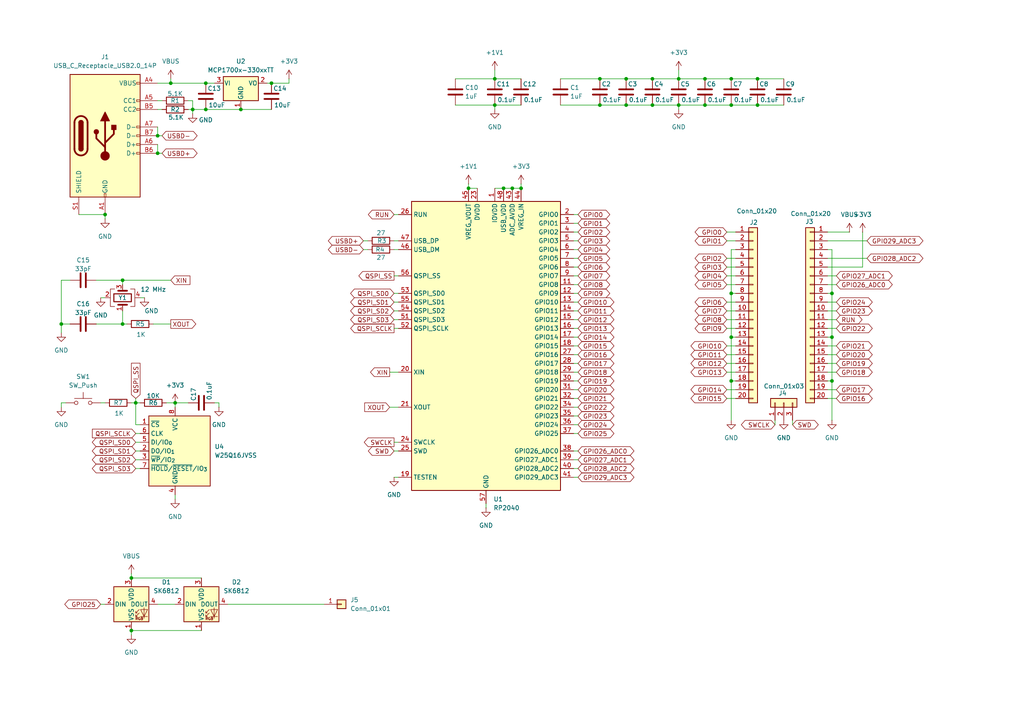
<source format=kicad_sch>
(kicad_sch (version 20250114) (generator "eeschema") (generator_version "9.0")
  (paper "A4")
  (lib_symbols
    (symbol "Connector:USB_C_Receptacle_USB2.0_14P" (pin_names (offset 1.016))
      (property "Reference" "J" (at 0 22.225 0))
      (property "Value" "USB_C_Receptacle_USB2.0_14P" (at 0 19.685 0))
      (symbol "USB_C_Receptacle_USB2.0_14P_1_1"
        (pin passive line (at -7.62 -22.86 90) (length 5.08) (name "SHIELD") (number "S1"))
        (pin passive line (at 0 -22.86 90) (length 5.08) (name "GND") (number "A1"))
        (pin passive line (at 0 -22.86 90) (length 5.08) (hide yes) (name "GND") (number "A12"))
        (pin passive line (at 0 -22.86 90) (length 5.08) (hide yes) (name "GND") (number "B1"))
        (pin passive line (at 0 -22.86 90) (length 5.08) (hide yes) (name "GND") (number "B12"))
        (pin passive line (at 15.24 15.24 180) (length 5.08) (name "VBUS") (number "A4"))
        (pin passive line (at 15.24 15.24 180) (length 5.08) (hide yes) (name "VBUS") (number "A9"))
        (pin passive line (at 15.24 15.24 180) (length 5.08) (hide yes) (name "VBUS") (number "B4"))
        (pin passive line (at 15.24 15.24 180) (length 5.08) (hide yes) (name "VBUS") (number "B9"))
        (pin bidirectional line (at 15.24 10.16 180) (length 5.08) (name "CC1") (number "A5"))
        (pin bidirectional line (at 15.24 7.62 180) (length 5.08) (name "CC2") (number "B5"))
        (pin bidirectional line (at 15.24 2.54 180) (length 5.08) (name "D-") (number "A7"))
        (pin bidirectional line (at 15.24 0 180) (length 5.08) (name "D-") (number "B7"))
        (pin bidirectional line (at 15.24 -2.54 180) (length 5.08) (name "D+") (number "A6"))
        (pin bidirectional line (at 15.24 -5.08 180) (length 5.08) (name "D+") (number "B6"))
      )
    )
    (symbol "Connector_Generic:Conn_01x01" (pin_names (offset 1.016) (hide yes))
      (property "Reference" "J" (at 0 2.54 0))
      (property "Value" "Conn_01x01" (at 0 -2.54 0))
      (symbol "Conn_01x01_1_1"
        (pin passive line (at -5.08 0 0) (length 3.81) (name "Pin_1") (number "1"))
      )
    )
    (symbol "Connector_Generic:Conn_01x03" (pin_names (offset 1.016) (hide yes))
      (property "Reference" "J" (at 0 5.08 0))
      (property "Value" "Conn_01x03" (at 0 -5.08 0))
      (symbol "Conn_01x03_1_1"
        (pin passive line (at -5.08 2.54 0) (length 3.81) (name "Pin_1") (number "1"))
        (pin passive line (at -5.08 0 0) (length 3.81) (name "Pin_2") (number "2"))
        (pin passive line (at -5.08 -2.54 0) (length 3.81) (name "Pin_3") (number "3"))
      )
    )
    (symbol "Connector_Generic:Conn_01x20" (pin_names (offset 1.016) (hide yes))
      (property "Reference" "J" (at 0 25.4 0))
      (property "Value" "Conn_01x20" (at 0 -27.94 0))
      (symbol "Conn_01x20_1_1"
        (pin passive line (at -5.08 22.86 0) (length 3.81) (name "Pin_1") (number "1"))
        (pin passive line (at -5.08 20.32 0) (length 3.81) (name "Pin_2") (number "2"))
        (pin passive line (at -5.08 17.78 0) (length 3.81) (name "Pin_3") (number "3"))
        (pin passive line (at -5.08 15.24 0) (length 3.81) (name "Pin_4") (number "4"))
        (pin passive line (at -5.08 12.7 0) (length 3.81) (name "Pin_5") (number "5"))
        (pin passive line (at -5.08 10.16 0) (length 3.81) (name "Pin_6") (number "6"))
        (pin passive line (at -5.08 7.62 0) (length 3.81) (name "Pin_7") (number "7"))
        (pin passive line (at -5.08 5.08 0) (length 3.81) (name "Pin_8") (number "8"))
        (pin passive line (at -5.08 2.54 0) (length 3.81) (name "Pin_9") (number "9"))
        (pin passive line (at -5.08 0 0) (length 3.81) (name "Pin_10") (number "10"))
        (pin passive line (at -5.08 -2.54 0) (length 3.81) (name "Pin_11") (number "11"))
        (pin passive line (at -5.08 -5.08 0) (length 3.81) (name "Pin_12") (number "12"))
        (pin passive line (at -5.08 -7.62 0) (length 3.81) (name "Pin_13") (number "13"))
        (pin passive line (at -5.08 -10.16 0) (length 3.81) (name "Pin_14") (number "14"))
        (pin passive line (at -5.08 -12.7 0) (length 3.81) (name "Pin_15") (number "15"))
        (pin passive line (at -5.08 -15.24 0) (length 3.81) (name "Pin_16") (number "16"))
        (pin passive line (at -5.08 -17.78 0) (length 3.81) (name "Pin_17") (number "17"))
        (pin passive line (at -5.08 -20.32 0) (length 3.81) (name "Pin_18") (number "18"))
        (pin passive line (at -5.08 -22.86 0) (length 3.81) (name "Pin_19") (number "19"))
        (pin passive line (at -5.08 -25.4 0) (length 3.81) (name "Pin_20") (number "20"))
      )
    )
    (symbol "Device:C" (pin_numbers (hide yes)) (pin_names (offset 0.254))
      (property "Reference" "C" (at 0.635 2.54 0))
      (property "Value" "C" (at 0.635 -2.54 0))
      (symbol "C_1_1"
        (pin passive line (at 0 3.81 270) (length 2.794) (name "~") (number "1"))
        (pin passive line (at 0 -3.81 90) (length 2.794) (name "~") (number "2"))
      )
    )
    (symbol "Device:Crystal_GND24" (pin_names (offset 1.016) (hide yes))
      (property "Reference" "Y" (at 3.175 5.08 0))
      (property "Value" "Crystal_GND24" (at 3.175 3.175 0))
      (symbol "Crystal_GND24_1_1"
        (pin passive line (at -3.81 0 0) (length 1.27) (name "1") (number "1"))
        (pin passive line (at 0 5.08 270) (length 1.27) (name "2") (number "2"))
        (pin passive line (at 0 -5.08 90) (length 1.27) (name "4") (number "4"))
        (pin passive line (at 3.81 0 180) (length 1.27) (name "3") (number "3"))
      )
    )
    (symbol "Device:R" (pin_numbers (hide yes)) (pin_names (offset 0))
      (property "Reference" "R" (at 2.032 0 90))
      (property "Value" "R" (at 0 0 90))
      (symbol "R_1_1"
        (pin passive line (at 0 3.81 270) (length 1.27) (name "~") (number "1"))
        (pin passive line (at 0 -3.81 90) (length 1.27) (name "~") (number "2"))
      )
    )
    (symbol "LED:SK6812" (pin_names (offset 0.254))
      (property "Reference" "D" (at 5.08 5.715 0))
      (property "Value" "SK6812" (at 1.27 -5.715 0))
      (symbol "SK6812_0_0"
        (text "RGB" (at 2.286 -4.191 0) (effects (font (size 0.762 0.762))))
      )
      (symbol "SK6812_1_1"
        (pin input line (at -7.62 0 0) (length 2.54) (name "DIN") (number "2"))
        (pin power_in line (at 0 7.62 270) (length 2.54) (name "VDD") (number "3"))
        (pin power_in line (at 0 -7.62 90) (length 2.54) (name "VSS") (number "1"))
        (pin output line (at 7.62 0 180) (length 2.54) (name "DOUT") (number "4"))
      )
    )
    (symbol "MCU_RaspberryPi:RP2040"
      (property "Reference" "U" (at 17.78 45.72 0))
      (property "Value" "RP2040" (at 17.78 43.18 0))
      (symbol "RP2040_1_1"
        (pin input line (at -25.4 38.1 0) (length 3.81) (name "RUN") (number "26"))
        (pin bidirectional line (at -25.4 30.48 0) (length 3.81) (name "USB_DP") (number "47"))
        (pin bidirectional line (at -25.4 27.94 0) (length 3.81) (name "USB_DM") (number "46"))
        (pin bidirectional line (at -25.4 20.32 0) (length 3.81) (name "QSPI_SS") (number "56"))
        (pin bidirectional line (at -25.4 15.24 0) (length 3.81) (name "QSPI_SD0") (number "53"))
        (pin bidirectional line (at -25.4 12.7 0) (length 3.81) (name "QSPI_SD1") (number "55"))
        (pin bidirectional line (at -25.4 10.16 0) (length 3.81) (name "QSPI_SD2") (number "54"))
        (pin bidirectional line (at -25.4 7.62 0) (length 3.81) (name "QSPI_SD3") (number "51"))
        (pin output line (at -25.4 5.08 0) (length 3.81) (name "QSPI_SCLK") (number "52"))
        (pin input line (at -25.4 -7.62 0) (length 3.81) (name "XIN") (number "20"))
        (pin passive line (at -25.4 -17.78 0) (length 3.81) (name "XOUT") (number "21"))
        (pin input line (at -25.4 -27.94 0) (length 3.81) (name "SWCLK") (number "24"))
        (pin bidirectional line (at -25.4 -30.48 0) (length 3.81) (name "SWD") (number "25"))
        (pin input line (at -25.4 -38.1 0) (length 3.81) (name "TESTEN") (number "19"))
        (pin power_out line (at -5.08 45.72 270) (length 3.81) (name "VREG_VOUT") (number "45"))
        (pin power_in line (at -2.54 45.72 270) (length 3.81) (name "DVDD") (number "23"))
        (pin passive line (at -2.54 45.72 270) (length 3.81) (hide yes) (name "DVDD") (number "50"))
        (pin power_in line (at 0 -45.72 90) (length 3.81) (name "GND") (number "57"))
        (pin power_in line (at 2.54 45.72 270) (length 3.81) (name "IOVDD") (number "1"))
        (pin passive line (at 2.54 45.72 270) (length 3.81) (hide yes) (name "IOVDD") (number "10"))
        (pin passive line (at 2.54 45.72 270) (length 3.81) (hide yes) (name "IOVDD") (number "22"))
        (pin passive line (at 2.54 45.72 270) (length 3.81) (hide yes) (name "IOVDD") (number "33"))
        (pin passive line (at 2.54 45.72 270) (length 3.81) (hide yes) (name "IOVDD") (number "42"))
        (pin passive line (at 2.54 45.72 270) (length 3.81) (hide yes) (name "IOVDD") (number "49"))
        (pin power_in line (at 5.08 45.72 270) (length 3.81) (name "USB_VDD") (number "48"))
        (pin power_in line (at 7.62 45.72 270) (length 3.81) (name "ADC_AVDD") (number "43"))
        (pin power_in line (at 10.16 45.72 270) (length 3.81) (name "VREG_IN") (number "44"))
        (pin bidirectional line (at 25.4 38.1 180) (length 3.81) (name "GPIO0") (number "2"))
        (pin bidirectional line (at 25.4 35.56 180) (length 3.81) (name "GPIO1") (number "3"))
        (pin bidirectional line (at 25.4 33.02 180) (length 3.81) (name "GPIO2") (number "4"))
        (pin bidirectional line (at 25.4 30.48 180) (length 3.81) (name "GPIO3") (number "5"))
        (pin bidirectional line (at 25.4 27.94 180) (length 3.81) (name "GPIO4") (number "6"))
        (pin bidirectional line (at 25.4 25.4 180) (length 3.81) (name "GPIO5") (number "7"))
        (pin bidirectional line (at 25.4 22.86 180) (length 3.81) (name "GPIO6") (number "8"))
        (pin bidirectional line (at 25.4 20.32 180) (length 3.81) (name "GPIO7") (number "9"))
        (pin bidirectional line (at 25.4 17.78 180) (length 3.81) (name "GPIO8") (number "11"))
        (pin bidirectional line (at 25.4 15.24 180) (length 3.81) (name "GPIO9") (number "12"))
        (pin bidirectional line (at 25.4 12.7 180) (length 3.81) (name "GPIO10") (number "13"))
        (pin bidirectional line (at 25.4 10.16 180) (length 3.81) (name "GPIO11") (number "14"))
        (pin bidirectional line (at 25.4 7.62 180) (length 3.81) (name "GPIO12") (number "15"))
        (pin bidirectional line (at 25.4 5.08 180) (length 3.81) (name "GPIO13") (number "16"))
        (pin bidirectional line (at 25.4 2.54 180) (length 3.81) (name "GPIO14") (number "17"))
        (pin bidirectional line (at 25.4 0 180) (length 3.81) (name "GPIO15") (number "18"))
        (pin bidirectional line (at 25.4 -2.54 180) (length 3.81) (name "GPIO16") (number "27"))
        (pin bidirectional line (at 25.4 -5.08 180) (length 3.81) (name "GPIO17") (number "28"))
        (pin bidirectional line (at 25.4 -7.62 180) (length 3.81) (name "GPIO18") (number "29"))
        (pin bidirectional line (at 25.4 -10.16 180) (length 3.81) (name "GPIO19") (number "30"))
        (pin bidirectional line (at 25.4 -12.7 180) (length 3.81) (name "GPIO20") (number "31"))
        (pin bidirectional line (at 25.4 -15.24 180) (length 3.81) (name "GPIO21") (number "32"))
        (pin bidirectional line (at 25.4 -17.78 180) (length 3.81) (name "GPIO22") (number "34"))
        (pin bidirectional line (at 25.4 -20.32 180) (length 3.81) (name "GPIO23") (number "35"))
        (pin bidirectional line (at 25.4 -22.86 180) (length 3.81) (name "GPIO24") (number "36"))
        (pin bidirectional line (at 25.4 -25.4 180) (length 3.81) (name "GPIO25") (number "37"))
        (pin bidirectional line (at 25.4 -30.48 180) (length 3.81) (name "GPIO26_ADC0") (number "38"))
        (pin bidirectional line (at 25.4 -33.02 180) (length 3.81) (name "GPIO27_ADC1") (number "39"))
        (pin bidirectional line (at 25.4 -35.56 180) (length 3.81) (name "GPIO28_ADC2") (number "40"))
        (pin bidirectional line (at 25.4 -38.1 180) (length 3.81) (name "GPIO29_ADC3") (number "41"))
      )
    )
    (symbol "Memory_Flash:W25Q16JVSS"
      (property "Reference" "U" (at -6.35 11.43 0))
      (property "Value" "W25Q16JVSS" (at 7.62 11.43 0))
      (symbol "W25Q16JVSS_1_1"
        (pin input line (at -10.16 7.62 0) (length 2.54) (name "~{CS}") (number "1"))
        (pin input line (at -10.16 5.08 0) (length 2.54) (name "CLK") (number "6"))
        (pin bidirectional line (at -10.16 2.54 0) (length 2.54) (name "DI/IO_{0}") (number "5"))
        (pin bidirectional line (at -10.16 0 0) (length 2.54) (name "DO/IO_{1}") (number "2"))
        (pin bidirectional line (at -10.16 -2.54 0) (length 2.54) (name "~{WP}/IO_{2}") (number "3"))
        (pin bidirectional line (at -10.16 -5.08 0) (length 2.54) (name "~{HOLD}/~{RESET}/IO_{3}") (number "7"))
        (pin power_in line (at 0 12.7 270) (length 2.54) (name "VCC") (number "8"))
        (pin power_in line (at 0 -12.7 90) (length 2.54) (name "GND") (number "4"))
      )
    )
    (symbol "Regulator_Linear:MCP1700x-330xxTT" (pin_names (offset 0.254))
      (property "Reference" "U" (at -3.81 3.175 0))
      (property "Value" "MCP1700x-330xxTT" (at 0 3.175 0))
      (symbol "MCP1700x-330xxTT_1_1"
        (pin power_in line (at -7.62 0 0) (length 2.54) (name "VI") (number "3"))
        (pin power_in line (at 0 -7.62 90) (length 2.54) (name "GND") (number "1"))
        (pin power_out line (at 7.62 0 180) (length 2.54) (name "VO") (number "2"))
      )
    )
    (symbol "Switch:SW_Push" (pin_numbers (hide yes)) (pin_names (offset 1.016) (hide yes))
      (property "Reference" "SW" (at 1.27 2.54 0))
      (property "Value" "SW_Push" (at 0 -1.524 0))
      (symbol "SW_Push_0_1"
        (pin passive line (at -5.08 0 0) (length 2.54) (name "1") (number "1"))
        (pin passive line (at 5.08 0 180) (length 2.54) (name "2") (number "2"))
      )
    )
    (symbol "power:+1V1" (power) (pin_numbers (hide yes)) (pin_names (offset 0) (hide yes))
      (property "Value" "+1V1" (at 0 3.556 0))
      (symbol "+1V1_1_1"
        (pin power_in line (at 0 0 90) (length 0) (name "~") (number "1"))
      )
    )
    (symbol "power:+3V3" (power) (pin_numbers (hide yes)) (pin_names (offset 0) (hide yes))
      (property "Value" "+3V3" (at 0 3.556 0))
      (symbol "+3V3_1_1"
        (pin power_in line (at 0 0 90) (length 0) (name "~") (number "1"))
      )
    )
    (symbol "power:GND" (power) (pin_numbers (hide yes)) (pin_names (offset 0) (hide yes))
      (property "Value" "GND" (at 0 -3.81 0))
      (symbol "GND_1_1"
        (pin power_in line (at 0 0 270) (length 0) (name "~") (number "1"))
      )
    )
    (symbol "power:VBUS" (power) (pin_numbers (hide yes)) (pin_names (offset 0) (hide yes))
      (property "Value" "VBUS" (at 0 3.556 0))
      (symbol "VBUS_1_1"
        (pin power_in line (at 0 0 90) (length 0) (name "~") (number "1"))
      )
    )
  )
  (junction (at 212.09 110.49))
  (junction (at 50.8 116.84))
  (junction (at 69.85 31.75))
  (junction (at 148.59 54.61))
  (junction (at 143.51 22.86))
  (junction (at 38.1 167.64))
  (junction (at 219.71 22.86))
  (junction (at 151.13 54.61))
  (junction (at 49.53 24.13))
  (junction (at 135.89 54.61))
  (junction (at 78.74 24.13))
  (junction (at 212.09 85.09))
  (junction (at 219.71 30.48))
  (junction (at 173.99 22.86))
  (junction (at 212.09 30.48))
  (junction (at 173.99 30.48))
  (junction (at 35.56 81.28))
  (junction (at 45.72 44.45))
  (junction (at 39.37 116.84))
  (junction (at 196.85 22.86))
  (junction (at 181.61 30.48))
  (junction (at 241.3 97.79))
  (junction (at 38.1 182.88))
  (junction (at 204.47 30.48))
  (junction (at 17.78 93.98))
  (junction (at 241.3 110.49))
  (junction (at 143.51 30.48))
  (junction (at 35.56 93.98))
  (junction (at 189.23 30.48))
  (junction (at 212.09 22.86))
  (junction (at 204.47 22.86))
  (junction (at 181.61 22.86))
  (junction (at 45.72 39.37))
  (junction (at 146.05 54.61))
  (junction (at 59.69 24.13))
  (junction (at 59.69 31.75))
  (junction (at 55.88 31.75))
  (junction (at 30.48 62.23))
  (junction (at 241.3 85.09))
  (junction (at 196.85 30.48))
  (junction (at 212.09 97.79))
  (junction (at 189.23 22.86))
  (wire (pts (xy 212.09 85.09) (xy 212.09 97.79)))
  (wire (pts (xy 29.21 86.36) (xy 30.48 86.36)))
  (wire (pts (xy 240.03 115.57) (xy 242.57 115.57)))
  (wire (pts (xy 105.41 69.85) (xy 106.68 69.85)))
  (wire (pts (xy 210.82 67.31) (xy 213.36 67.31)))
  (wire (pts (xy 166.37 90.17) (xy 167.64 90.17)))
  (wire (pts (xy 162.56 30.48) (xy 173.99 30.48)))
  (wire (pts (xy 240.03 102.87) (xy 242.57 102.87)))
  (wire (pts (xy 250.19 77.47) (xy 250.19 67.31)))
  (wire (pts (xy 48.26 116.84) (xy 50.8 116.84)))
  (wire (pts (xy 44.45 93.98) (xy 49.53 93.98)))
  (wire (pts (xy 240.03 82.55) (xy 242.57 82.55)))
  (wire (pts (xy 62.23 116.84) (xy 63.5 116.84)))
  (wire (pts (xy 166.37 133.35) (xy 167.64 133.35)))
  (wire (pts (xy 210.82 82.55) (xy 213.36 82.55)))
  (wire (pts (xy 50.8 116.84) (xy 50.8 118.11)))
  (wire (pts (xy 210.82 80.01) (xy 213.36 80.01)))
  (wire (pts (xy 240.03 80.01) (xy 242.57 80.01)))
  (wire (pts (xy 210.82 107.95) (xy 213.36 107.95)))
  (wire (pts (xy 166.37 135.89) (xy 167.64 135.89)))
  (wire (pts (xy 59.69 31.75) (xy 69.85 31.75)))
  (wire (pts (xy 55.88 29.21) (xy 54.61 29.21)))
  (wire (pts (xy 114.3 85.09) (xy 115.57 85.09)))
  (wire (pts (xy 27.94 93.98) (xy 35.56 93.98)))
  (wire (pts (xy 143.51 22.86) (xy 151.13 22.86)))
  (wire (pts (xy 166.37 105.41) (xy 167.64 105.41)))
  (wire (pts (xy 35.56 82.55) (xy 35.56 81.28)))
  (wire (pts (xy 77.47 24.13) (xy 78.74 24.13)))
  (wire (pts (xy 114.3 92.71) (xy 115.57 92.71)))
  (wire (pts (xy 166.37 100.33) (xy 167.64 100.33)))
  (wire (pts (xy 46.99 31.75) (xy 45.72 31.75)))
  (wire (pts (xy 204.47 30.48) (xy 212.09 30.48)))
  (wire (pts (xy 50.8 143.51) (xy 50.8 144.78)))
  (wire (pts (xy 49.53 24.13) (xy 59.69 24.13)))
  (wire (pts (xy 173.99 30.48) (xy 181.61 30.48)))
  (wire (pts (xy 210.82 90.17) (xy 213.36 90.17)))
  (wire (pts (xy 189.23 30.48) (xy 196.85 30.48)))
  (wire (pts (xy 166.37 118.11) (xy 167.64 118.11)))
  (wire (pts (xy 39.37 135.89) (xy 40.64 135.89)))
  (wire (pts (xy 210.82 92.71) (xy 213.36 92.71)))
  (wire (pts (xy 105.41 72.39) (xy 106.68 72.39)))
  (wire (pts (xy 166.37 97.79) (xy 167.64 97.79)))
  (wire (pts (xy 148.59 54.61) (xy 151.13 54.61)))
  (wire (pts (xy 210.82 102.87) (xy 213.36 102.87)))
  (wire (pts (xy 114.3 80.01) (xy 115.57 80.01)))
  (wire (pts (xy 38.1 116.84) (xy 39.37 116.84)))
  (wire (pts (xy 39.37 116.84) (xy 39.37 115.57)))
  (wire (pts (xy 45.72 175.26) (xy 50.8 175.26)))
  (wire (pts (xy 241.3 97.79) (xy 241.3 85.09)))
  (wire (pts (xy 210.82 115.57) (xy 213.36 115.57)))
  (wire (pts (xy 132.08 30.48) (xy 143.51 30.48)))
  (wire (pts (xy 166.37 125.73) (xy 167.64 125.73)))
  (wire (pts (xy 166.37 72.39) (xy 167.64 72.39)))
  (wire (pts (xy 210.82 77.47) (xy 213.36 77.47)))
  (wire (pts (xy 212.09 97.79) (xy 212.09 110.49)))
  (wire (pts (xy 219.71 22.86) (xy 227.33 22.86)))
  (wire (pts (xy 55.88 31.75) (xy 59.69 31.75)))
  (wire (pts (xy 196.85 22.86) (xy 204.47 22.86)))
  (wire (pts (xy 166.37 138.43) (xy 167.64 138.43)))
  (wire (pts (xy 240.03 107.95) (xy 242.57 107.95)))
  (wire (pts (xy 17.78 93.98) (xy 17.78 96.52)))
  (wire (pts (xy 166.37 67.31) (xy 167.64 67.31)))
  (wire (pts (xy 69.85 31.75) (xy 78.74 31.75)))
  (wire (pts (xy 196.85 30.48) (xy 196.85 31.75)))
  (wire (pts (xy 240.03 87.63) (xy 242.57 87.63)))
  (wire (pts (xy 38.1 182.88) (xy 58.42 182.88)))
  (wire (pts (xy 212.09 72.39) (xy 212.09 85.09)))
  (wire (pts (xy 143.51 30.48) (xy 151.13 30.48)))
  (wire (pts (xy 212.09 110.49) (xy 212.09 121.92)))
  (wire (pts (xy 240.03 74.93) (xy 251.46 74.93)))
  (wire (pts (xy 143.51 30.48) (xy 143.51 31.75)))
  (wire (pts (xy 35.56 93.98) (xy 36.83 93.98)))
  (wire (pts (xy 30.48 62.23) (xy 30.48 63.5)))
  (wire (pts (xy 166.37 115.57) (xy 167.64 115.57)))
  (wire (pts (xy 29.21 175.26) (xy 30.48 175.26)))
  (wire (pts (xy 40.64 86.36) (xy 41.91 86.36)))
  (wire (pts (xy 38.1 166.37) (xy 38.1 167.64)))
  (wire (pts (xy 210.82 95.25) (xy 213.36 95.25)))
  (wire (pts (xy 196.85 20.32) (xy 196.85 22.86)))
  (wire (pts (xy 213.36 72.39) (xy 212.09 72.39)))
  (wire (pts (xy 204.47 22.86) (xy 212.09 22.86)))
  (wire (pts (xy 219.71 30.48) (xy 227.33 30.48)))
  (wire (pts (xy 59.69 24.13) (xy 62.23 24.13)))
  (wire (pts (xy 210.82 69.85) (xy 213.36 69.85)))
  (wire (pts (xy 240.03 110.49) (xy 241.3 110.49)))
  (wire (pts (xy 55.88 31.75) (xy 55.88 29.21)))
  (wire (pts (xy 114.3 138.43) (xy 115.57 138.43)))
  (wire (pts (xy 173.99 22.86) (xy 181.61 22.86)))
  (wire (pts (xy 45.72 44.45) (xy 46.99 44.45)))
  (wire (pts (xy 114.3 72.39) (xy 115.57 72.39)))
  (wire (pts (xy 45.72 39.37) (xy 46.99 39.37)))
  (wire (pts (xy 166.37 80.01) (xy 167.64 80.01)))
  (wire (pts (xy 210.82 100.33) (xy 213.36 100.33)))
  (wire (pts (xy 114.3 62.23) (xy 115.57 62.23)))
  (wire (pts (xy 166.37 77.47) (xy 167.64 77.47)))
  (wire (pts (xy 240.03 72.39) (xy 241.3 72.39)))
  (wire (pts (xy 166.37 62.23) (xy 167.64 62.23)))
  (wire (pts (xy 132.08 22.86) (xy 143.51 22.86)))
  (wire (pts (xy 135.89 53.34) (xy 135.89 54.61)))
  (wire (pts (xy 78.74 24.13) (xy 83.82 24.13)))
  (wire (pts (xy 240.03 100.33) (xy 242.57 100.33)))
  (wire (pts (xy 212.09 30.48) (xy 219.71 30.48)))
  (wire (pts (xy 166.37 95.25) (xy 167.64 95.25)))
  (wire (pts (xy 114.3 87.63) (xy 115.57 87.63)))
  (wire (pts (xy 241.3 72.39) (xy 241.3 85.09)))
  (wire (pts (xy 22.86 62.23) (xy 30.48 62.23)))
  (wire (pts (xy 181.61 22.86) (xy 189.23 22.86)))
  (wire (pts (xy 240.03 67.31) (xy 246.38 67.31)))
  (wire (pts (xy 166.37 107.95) (xy 167.64 107.95)))
  (wire (pts (xy 224.79 123.19) (xy 224.79 121.92)))
  (wire (pts (xy 240.03 105.41) (xy 242.57 105.41)))
  (wire (pts (xy 166.37 130.81) (xy 167.64 130.81)))
  (wire (pts (xy 54.61 31.75) (xy 55.88 31.75)))
  (wire (pts (xy 39.37 128.27) (xy 40.64 128.27)))
  (wire (pts (xy 45.72 24.13) (xy 49.53 24.13)))
  (wire (pts (xy 210.82 105.41) (xy 213.36 105.41)))
  (wire (pts (xy 38.1 167.64) (xy 58.42 167.64)))
  (wire (pts (xy 210.82 74.93) (xy 213.36 74.93)))
  (wire (pts (xy 17.78 116.84) (xy 19.05 116.84)))
  (wire (pts (xy 114.3 90.17) (xy 115.57 90.17)))
  (wire (pts (xy 212.09 22.86) (xy 219.71 22.86)))
  (wire (pts (xy 17.78 81.28) (xy 20.32 81.28)))
  (wire (pts (xy 140.97 146.05) (xy 140.97 147.32)))
  (wire (pts (xy 189.23 22.86) (xy 196.85 22.86)))
  (wire (pts (xy 241.3 85.09) (xy 240.03 85.09)))
  (wire (pts (xy 114.3 95.25) (xy 115.57 95.25)))
  (wire (pts (xy 114.3 130.81) (xy 115.57 130.81)))
  (wire (pts (xy 39.37 133.35) (xy 40.64 133.35)))
  (wire (pts (xy 45.72 36.83) (xy 45.72 39.37)))
  (wire (pts (xy 166.37 123.19) (xy 167.64 123.19)))
  (wire (pts (xy 240.03 97.79) (xy 241.3 97.79)))
  (wire (pts (xy 55.88 31.75) (xy 55.88 33.02)))
  (wire (pts (xy 46.99 29.21) (xy 45.72 29.21)))
  (wire (pts (xy 213.36 97.79) (xy 212.09 97.79)))
  (wire (pts (xy 49.53 22.86) (xy 49.53 24.13)))
  (wire (pts (xy 39.37 123.19) (xy 39.37 116.84)))
  (wire (pts (xy 166.37 113.03) (xy 167.64 113.03)))
  (wire (pts (xy 240.03 113.03) (xy 242.57 113.03)))
  (wire (pts (xy 166.37 74.93) (xy 167.64 74.93)))
  (wire (pts (xy 135.89 54.61) (xy 138.43 54.61)))
  (wire (pts (xy 166.37 120.65) (xy 167.64 120.65)))
  (wire (pts (xy 20.32 93.98) (xy 17.78 93.98)))
  (wire (pts (xy 213.36 110.49) (xy 212.09 110.49)))
  (wire (pts (xy 17.78 118.11) (xy 17.78 116.84)))
  (wire (pts (xy 166.37 110.49) (xy 167.64 110.49)))
  (wire (pts (xy 181.61 30.48) (xy 189.23 30.48)))
  (wire (pts (xy 114.3 128.27) (xy 115.57 128.27)))
  (wire (pts (xy 166.37 85.09) (xy 167.64 85.09)))
  (wire (pts (xy 39.37 130.81) (xy 40.64 130.81)))
  (wire (pts (xy 240.03 95.25) (xy 242.57 95.25)))
  (wire (pts (xy 166.37 87.63) (xy 167.64 87.63)))
  (wire (pts (xy 166.37 102.87) (xy 167.64 102.87)))
  (wire (pts (xy 166.37 82.55) (xy 167.64 82.55)))
  (wire (pts (xy 162.56 22.86) (xy 173.99 22.86)))
  (wire (pts (xy 35.56 81.28) (xy 49.53 81.28)))
  (wire (pts (xy 35.56 93.98) (xy 35.56 90.17)))
  (wire (pts (xy 113.03 107.95) (xy 115.57 107.95)))
  (wire (pts (xy 50.8 116.84) (xy 54.61 116.84)))
  (wire (pts (xy 146.05 54.61) (xy 148.59 54.61)))
  (wire (pts (xy 240.03 92.71) (xy 242.57 92.71)))
  (wire (pts (xy 151.13 53.34) (xy 151.13 54.61)))
  (wire (pts (xy 39.37 125.73) (xy 40.64 125.73)))
  (wire (pts (xy 38.1 182.88) (xy 38.1 184.15)))
  (wire (pts (xy 210.82 87.63) (xy 213.36 87.63)))
  (wire (pts (xy 29.21 116.84) (xy 30.48 116.84)))
  (wire (pts (xy 240.03 90.17) (xy 242.57 90.17)))
  (wire (pts (xy 196.85 30.48) (xy 204.47 30.48)))
  (wire (pts (xy 63.5 116.84) (xy 63.5 118.11)))
  (wire (pts (xy 166.37 92.71) (xy 167.64 92.71)))
  (wire (pts (xy 166.37 64.77) (xy 167.64 64.77)))
  (wire (pts (xy 114.3 69.85) (xy 115.57 69.85)))
  (wire (pts (xy 210.82 113.03) (xy 213.36 113.03)))
  (wire (pts (xy 229.87 123.19) (xy 229.87 121.92)))
  (wire (pts (xy 240.03 69.85) (xy 251.46 69.85)))
  (wire (pts (xy 83.82 24.13) (xy 83.82 22.86)))
  (wire (pts (xy 45.72 44.45) (xy 45.72 41.91)))
  (wire (pts (xy 241.3 110.49) (xy 241.3 121.92)))
  (wire (pts (xy 17.78 81.28) (xy 17.78 93.98)))
  (wire (pts (xy 39.37 123.19) (xy 40.64 123.19)))
  (wire (pts (xy 143.51 20.32) (xy 143.51 22.86)))
  (wire (pts (xy 212.09 85.09) (xy 213.36 85.09)))
  (wire (pts (xy 66.04 175.26) (xy 93.98 175.26)))
  (wire (pts (xy 166.37 69.85) (xy 167.64 69.85)))
  (wire (pts (xy 113.03 118.11) (xy 115.57 118.11)))
  (wire (pts (xy 143.51 54.61) (xy 146.05 54.61)))
  (wire (pts (xy 39.37 116.84) (xy 40.64 116.84)))
  (wire (pts (xy 241.3 97.79) (xy 241.3 110.49)))
  (wire (pts (xy 27.94 81.28) (xy 35.56 81.28)))
  (wire (pts (xy 250.19 77.47) (xy 240.03 77.47)))
  (global_label "GPIO19" (shape bidirectional) (at 167.64 110.49 0) (property "Intersheetrefs" "${INTERSHEET_REFS}" (effects (hide yes))))
  (global_label "GPIO7" (shape bidirectional) (at 210.82 90.17 180) (property "Intersheetrefs" "${INTERSHEET_REFS}" (effects (hide yes))))
  (global_label "QSPI_SD2" (shape bidirectional) (at 114.3 90.17 180) (property "Intersheetrefs" "${INTERSHEET_REFS}" (effects (hide yes))))
  (global_label "GPIO16" (shape bidirectional) (at 167.64 102.87 0) (property "Intersheetrefs" "${INTERSHEET_REFS}" (effects (hide yes))))
  (global_label "SWCLK" (shape output) (at 114.3 128.27 180) (property "Intersheetrefs" "${INTERSHEET_REFS}" (effects (hide yes))))
  (global_label "QSPI_SD3" (shape bidirectional) (at 114.3 92.71 180) (property "Intersheetrefs" "${INTERSHEET_REFS}" (effects (hide yes))))
  (global_label "QSPI_SS" (shape output) (at 114.3 80.01 180) (property "Intersheetrefs" "${INTERSHEET_REFS}" (effects (hide yes))))
  (global_label "GPIO26_ADC0" (shape bidirectional) (at 167.64 130.81 0) (property "Intersheetrefs" "${INTERSHEET_REFS}" (effects (hide yes))))
  (global_label "GPIO15" (shape bidirectional) (at 210.82 115.57 180) (property "Intersheetrefs" "${INTERSHEET_REFS}" (effects (hide yes))))
  (global_label "GPIO0" (shape bidirectional) (at 167.64 62.23 0) (property "Intersheetrefs" "${INTERSHEET_REFS}" (effects (hide yes))))
  (global_label "GPIO27_ADC1" (shape bidirectional) (at 242.57 80.01 0) (property "Intersheetrefs" "${INTERSHEET_REFS}" (effects (hide yes))))
  (global_label "GPIO1" (shape bidirectional) (at 167.64 64.77 0) (property "Intersheetrefs" "${INTERSHEET_REFS}" (effects (hide yes))))
  (global_label "GPIO12" (shape bidirectional) (at 167.64 92.71 0) (property "Intersheetrefs" "${INTERSHEET_REFS}" (effects (hide yes))))
  (global_label "USBD-" (shape bidirectional) (at 46.99 39.37 0) (property "Intersheetrefs" "${INTERSHEET_REFS}" (effects (hide yes))))
  (global_label "GPIO4" (shape bidirectional) (at 167.64 72.39 0) (property "Intersheetrefs" "${INTERSHEET_REFS}" (effects (hide yes))))
  (global_label "QSPI_SS" (shape input) (at 39.37 115.57 90) (property "Intersheetrefs" "${INTERSHEET_REFS}" (effects (hide yes))))
  (global_label "GPIO3" (shape bidirectional) (at 210.82 77.47 180) (property "Intersheetrefs" "${INTERSHEET_REFS}" (effects (hide yes))))
  (global_label "GPIO14" (shape bidirectional) (at 167.64 97.79 0) (property "Intersheetrefs" "${INTERSHEET_REFS}" (effects (hide yes))))
  (global_label "GPIO10" (shape bidirectional) (at 210.82 100.33 180) (property "Intersheetrefs" "${INTERSHEET_REFS}" (effects (hide yes))))
  (global_label "GPIO9" (shape bidirectional) (at 210.82 95.25 180) (property "Intersheetrefs" "${INTERSHEET_REFS}" (effects (hide yes))))
  (global_label "GPIO2" (shape bidirectional) (at 167.64 67.31 0) (property "Intersheetrefs" "${INTERSHEET_REFS}" (effects (hide yes))))
  (global_label "QSPI_SCLK" (shape output) (at 114.3 95.25 180) (property "Intersheetrefs" "${INTERSHEET_REFS}" (effects (hide yes))))
  (global_label "GPIO28_ADC2" (shape bidirectional) (at 167.64 135.89 0) (property "Intersheetrefs" "${INTERSHEET_REFS}" (effects (hide yes))))
  (global_label "GPIO16" (shape bidirectional) (at 242.57 115.57 0) (property "Intersheetrefs" "${INTERSHEET_REFS}" (effects (hide yes))))
  (global_label "GPIO29_ADC3" (shape bidirectional) (at 251.46 69.85 0) (property "Intersheetrefs" "${INTERSHEET_REFS}" (effects (hide yes))))
  (global_label "GPIO13" (shape bidirectional) (at 210.82 107.95 180) (property "Intersheetrefs" "${INTERSHEET_REFS}" (effects (hide yes))))
  (global_label "GPIO28_ADC2" (shape bidirectional) (at 251.46 74.93 0) (property "Intersheetrefs" "${INTERSHEET_REFS}" (effects (hide yes))))
  (global_label "XOUT" (shape output) (at 49.53 93.98 0) (property "Intersheetrefs" "${INTERSHEET_REFS}" (effects (hide yes))))
  (global_label "SWD" (shape bidirectional) (at 114.3 130.81 180) (property "Intersheetrefs" "${INTERSHEET_REFS}" (effects (hide yes))))
  (global_label "XOUT" (shape input) (at 113.03 118.11 180) (property "Intersheetrefs" "${INTERSHEET_REFS}" (effects (hide yes))))
  (global_label "GPIO26_ADC0" (shape bidirectional) (at 242.57 82.55 0) (property "Intersheetrefs" "${INTERSHEET_REFS}" (effects (hide yes))))
  (global_label "GPIO29_ADC3" (shape bidirectional) (at 167.64 138.43 0) (property "Intersheetrefs" "${INTERSHEET_REFS}" (effects (hide yes))))
  (global_label "GPIO23" (shape bidirectional) (at 242.57 90.17 0) (property "Intersheetrefs" "${INTERSHEET_REFS}" (effects (hide yes))))
  (global_label "GPIO17" (shape bidirectional) (at 167.64 105.41 0) (property "Intersheetrefs" "${INTERSHEET_REFS}" (effects (hide yes))))
  (global_label "GPIO17" (shape bidirectional) (at 242.57 113.03 0) (property "Intersheetrefs" "${INTERSHEET_REFS}" (effects (hide yes))))
  (global_label "GPIO21" (shape bidirectional) (at 167.64 115.57 0) (property "Intersheetrefs" "${INTERSHEET_REFS}" (effects (hide yes))))
  (global_label "GPIO14" (shape bidirectional) (at 210.82 113.03 180) (property "Intersheetrefs" "${INTERSHEET_REFS}" (effects (hide yes))))
  (global_label "GPIO20" (shape bidirectional) (at 167.64 113.03 0) (property "Intersheetrefs" "${INTERSHEET_REFS}" (effects (hide yes))))
  (global_label "GPIO9" (shape bidirectional) (at 167.64 85.09 0) (property "Intersheetrefs" "${INTERSHEET_REFS}" (effects (hide yes))))
  (global_label "GPIO7" (shape bidirectional) (at 167.64 80.01 0) (property "Intersheetrefs" "${INTERSHEET_REFS}" (effects (hide yes))))
  (global_label "GPIO12" (shape bidirectional) (at 210.82 105.41 180) (property "Intersheetrefs" "${INTERSHEET_REFS}" (effects (hide yes))))
  (global_label "GPIO27_ADC1" (shape bidirectional) (at 167.64 133.35 0) (property "Intersheetrefs" "${INTERSHEET_REFS}" (effects (hide yes))))
  (global_label "GPIO6" (shape bidirectional) (at 167.64 77.47 0) (property "Intersheetrefs" "${INTERSHEET_REFS}" (effects (hide yes))))
  (global_label "GPIO8" (shape bidirectional) (at 167.64 82.55 0) (property "Intersheetrefs" "${INTERSHEET_REFS}" (effects (hide yes))))
  (global_label "GPIO2" (shape bidirectional) (at 210.82 74.93 180) (property "Intersheetrefs" "${INTERSHEET_REFS}" (effects (hide yes))))
  (global_label "GPIO21" (shape bidirectional) (at 242.57 100.33 0) (property "Intersheetrefs" "${INTERSHEET_REFS}" (effects (hide yes))))
  (global_label "RUN" (shape bidirectional) (at 114.3 62.23 180) (property "Intersheetrefs" "${INTERSHEET_REFS}" (effects (hide yes))))
  (global_label "GPIO0" (shape bidirectional) (at 210.82 67.31 180) (property "Intersheetrefs" "${INTERSHEET_REFS}" (effects (hide yes))))
  (global_label "GPIO22" (shape bidirectional) (at 242.57 95.25 0) (property "Intersheetrefs" "${INTERSHEET_REFS}" (effects (hide yes))))
  (global_label "XIN" (shape output) (at 113.03 107.95 180) (property "Intersheetrefs" "${INTERSHEET_REFS}" (effects (hide yes))))
  (global_label "QSPI_SD2" (shape bidirectional) (at 39.37 133.35 180) (property "Intersheetrefs" "${INTERSHEET_REFS}" (effects (hide yes))))
  (global_label "XIN" (shape input) (at 49.53 81.28 0) (property "Intersheetrefs" "${INTERSHEET_REFS}" (effects (hide yes))))
  (global_label "USBD+" (shape bidirectional) (at 105.41 69.85 180) (property "Intersheetrefs" "${INTERSHEET_REFS}" (effects (hide yes))))
  (global_label "QSPI_SD1" (shape bidirectional) (at 114.3 87.63 180) (property "Intersheetrefs" "${INTERSHEET_REFS}" (effects (hide yes))))
  (global_label "GPIO25" (shape bidirectional) (at 29.21 175.26 180) (property "Intersheetrefs" "${INTERSHEET_REFS}" (effects (hide yes))))
  (global_label "SWD" (shape bidirectional) (at 229.87 123.19 0) (property "Intersheetrefs" "${INTERSHEET_REFS}" (effects (hide yes))))
  (global_label "GPIO10" (shape bidirectional) (at 167.64 87.63 0) (property "Intersheetrefs" "${INTERSHEET_REFS}" (effects (hide yes))))
  (global_label "GPIO5" (shape bidirectional) (at 167.64 74.93 0) (property "Intersheetrefs" "${INTERSHEET_REFS}" (effects (hide yes))))
  (global_label "RUN" (shape bidirectional) (at 242.57 92.71 0) (property "Intersheetrefs" "${INTERSHEET_REFS}" (effects (hide yes))))
  (global_label "GPIO25" (shape bidirectional) (at 167.64 125.73 0) (property "Intersheetrefs" "${INTERSHEET_REFS}" (effects (hide yes))))
  (global_label "GPIO1" (shape bidirectional) (at 210.82 69.85 180) (property "Intersheetrefs" "${INTERSHEET_REFS}" (effects (hide yes))))
  (global_label "GPIO18" (shape bidirectional) (at 167.64 107.95 0) (property "Intersheetrefs" "${INTERSHEET_REFS}" (effects (hide yes))))
  (global_label "GPIO24" (shape bidirectional) (at 167.64 123.19 0) (property "Intersheetrefs" "${INTERSHEET_REFS}" (effects (hide yes))))
  (global_label "GPIO6" (shape bidirectional) (at 210.82 87.63 180) (property "Intersheetrefs" "${INTERSHEET_REFS}" (effects (hide yes))))
  (global_label "GPIO11" (shape bidirectional) (at 210.82 102.87 180) (property "Intersheetrefs" "${INTERSHEET_REFS}" (effects (hide yes))))
  (global_label "QSPI_SD0" (shape bidirectional) (at 114.3 85.09 180) (property "Intersheetrefs" "${INTERSHEET_REFS}" (effects (hide yes))))
  (global_label "GPIO19" (shape bidirectional) (at 242.57 105.41 0) (property "Intersheetrefs" "${INTERSHEET_REFS}" (effects (hide yes))))
  (global_label "QSPI_SD3" (shape bidirectional) (at 39.37 135.89 180) (property "Intersheetrefs" "${INTERSHEET_REFS}" (effects (hide yes))))
  (global_label "GPIO13" (shape bidirectional) (at 167.64 95.25 0) (property "Intersheetrefs" "${INTERSHEET_REFS}" (effects (hide yes))))
  (global_label "GPIO20" (shape bidirectional) (at 242.57 102.87 0) (property "Intersheetrefs" "${INTERSHEET_REFS}" (effects (hide yes))))
  (global_label "GPIO18" (shape bidirectional) (at 242.57 107.95 0) (property "Intersheetrefs" "${INTERSHEET_REFS}" (effects (hide yes))))
  (global_label "QSPI_SD0" (shape bidirectional) (at 39.37 128.27 180) (property "Intersheetrefs" "${INTERSHEET_REFS}" (effects (hide yes))))
  (global_label "GPIO3" (shape bidirectional) (at 167.64 69.85 0) (property "Intersheetrefs" "${INTERSHEET_REFS}" (effects (hide yes))))
  (global_label "GPIO24" (shape bidirectional) (at 242.57 87.63 0) (property "Intersheetrefs" "${INTERSHEET_REFS}" (effects (hide yes))))
  (global_label "GPIO22" (shape bidirectional) (at 167.64 118.11 0) (property "Intersheetrefs" "${INTERSHEET_REFS}" (effects (hide yes))))
  (global_label "GPIO4" (shape bidirectional) (at 210.82 80.01 180) (property "Intersheetrefs" "${INTERSHEET_REFS}" (effects (hide yes))))
  (global_label "QSPI_SCLK" (shape input) (at 39.37 125.73 180) (property "Intersheetrefs" "${INTERSHEET_REFS}" (effects (hide yes))))
  (global_label "GPIO11" (shape bidirectional) (at 167.64 90.17 0) (property "Intersheetrefs" "${INTERSHEET_REFS}" (effects (hide yes))))
  (global_label "SWCLK" (shape bidirectional) (at 224.79 123.19 180) (property "Intersheetrefs" "${INTERSHEET_REFS}" (effects (hide yes))))
  (global_label "QSPI_SD1" (shape bidirectional) (at 39.37 130.81 180) (property "Intersheetrefs" "${INTERSHEET_REFS}" (effects (hide yes))))
  (global_label "GPIO8" (shape bidirectional) (at 210.82 92.71 180) (property "Intersheetrefs" "${INTERSHEET_REFS}" (effects (hide yes))))
  (global_label "USBD-" (shape bidirectional) (at 105.41 72.39 180) (property "Intersheetrefs" "${INTERSHEET_REFS}" (effects (hide yes))))
  (global_label "GPIO23" (shape bidirectional) (at 167.64 120.65 0) (property "Intersheetrefs" "${INTERSHEET_REFS}" (effects (hide yes))))
  (global_label "GPIO15" (shape bidirectional) (at 167.64 100.33 0) (property "Intersheetrefs" "${INTERSHEET_REFS}" (effects (hide yes))))
  (global_label "USBD+" (shape bidirectional) (at 46.99 44.45 0) (property "Intersheetrefs" "${INTERSHEET_REFS}" (effects (hide yes))))
  (global_label "GPIO5" (shape bidirectional) (at 210.82 82.55 180) (property "Intersheetrefs" "${INTERSHEET_REFS}" (effects (hide yes))))
  (symbol (lib_id "power:+3V3") (at 151.13 53.34 0) (unit 1)
    (property "Reference" "#PWR02" (effects (hide yes)))
    (property "Value" "+3V3" (at 151.13 48.26 0))
    (property "Description" "Power symbol creates a global label with name \"+3V3\"" (effects (hide yes)))
  )
  (symbol (lib_id "Device:R") (at 34.29 116.84 90) (unit 1)
    (property "Reference" "R7" (at 34.29 116.84 90))
    (property "Value" "1K" (at 34.544 119.888 90))
    (property "Footprint" "Resistor_SMD:R_0402_1005Metric" (effects (hide yes)))
    (property "Description" "Resistor" (effects (hide yes)))
  )
  (symbol (lib_id "power:GND") (at 17.78 118.11 0) (unit 1)
    (property "Reference" "#PWR018" (effects (hide yes)))
    (property "Value" "GND" (at 17.78 123.19 0))
    (property "Description" "Power symbol creates a global label with name \"GND\" , ground" (effects (hide yes)))
  )
  (symbol (lib_id "power:GND") (at 212.09 121.92 0) (unit 1)
    (property "Reference" "#PWR022" (effects (hide yes)))
    (property "Value" "GND" (at 212.09 127 0))
    (property "Description" "Power symbol creates a global label with name \"GND\" , ground" (effects (hide yes)))
  )
  (symbol (lib_id "power:GND") (at 143.51 31.75 0) (unit 1)
    (property "Reference" "#PWR06" (effects (hide yes)))
    (property "Value" "GND" (at 143.51 36.83 0))
    (property "Description" "Power symbol creates a global label with name \"GND\" , ground" (effects (hide yes)))
  )
  (symbol (lib_id "Device:C") (at 196.85 26.67 0) (unit 1)
    (property "Reference" "C5" (at 197.358 24.384 0) (effects (justify left)))
    (property "Value" "0.1uF" (at 197.612 28.956 0) (effects (justify left)))
    (property "Footprint" "Capacitor_SMD:C_0402_1005Metric" (effects (hide yes)))
    (property "Description" "Unpolarized capacitor" (effects (hide yes)))
  )
  (symbol (lib_id "power:VBUS") (at 246.38 67.31 0) (unit 1)
    (property "Reference" "#PWR020" (effects (hide yes)))
    (property "Value" "VBUS" (at 246.38 62.23 0))
    (property "Description" "Power symbol creates a global label with name \"VBUS\"" (effects (hide yes)))
  )
  (symbol (lib_id "power:GND") (at 50.8 144.78 0) (unit 1)
    (property "Reference" "#PWR015" (effects (hide yes)))
    (property "Value" "GND" (at 50.8 149.86 0))
    (property "Description" "Power symbol creates a global label with name \"GND\" , ground" (effects (hide yes)))
  )
  (symbol (lib_id "Device:C") (at 212.09 26.67 0) (unit 1)
    (property "Reference" "C7" (at 212.598 24.384 0) (effects (justify left)))
    (property "Value" "0.1uF" (at 212.852 28.956 0) (effects (justify left)))
    (property "Footprint" "Capacitor_SMD:C_0402_1005Metric" (effects (hide yes)))
    (property "Description" "Unpolarized capacitor" (effects (hide yes)))
  )
  (symbol (lib_id "Device:R") (at 40.64 93.98 90) (unit 1)
    (property "Reference" "R5" (at 40.64 93.98 90))
    (property "Value" "1K" (at 40.894 97.028 90))
    (property "Footprint" "Resistor_SMD:R_0402_1005Metric" (effects (hide yes)))
    (property "Description" "Resistor" (effects (hide yes)))
  )
  (symbol (lib_id "power:GND") (at 38.1 184.15 0) (unit 1)
    (property "Reference" "#PWR026" (effects (hide yes)))
    (property "Value" "GND" (at 38.1 189.23 0))
    (property "Description" "Power symbol creates a global label with name \"GND\" , ground" (effects (hide yes)))
  )
  (symbol (lib_id "Device:C") (at 151.13 26.67 0) (unit 1)
    (property "Reference" "C12" (at 151.638 24.384 0) (effects (justify left)))
    (property "Value" "0.1uF" (at 151.892 28.956 0) (effects (justify left)))
    (property "Footprint" "Capacitor_SMD:C_0402_1005Metric" (effects (hide yes)))
    (property "Description" "Unpolarized capacitor" (effects (hide yes)))
  )
  (symbol (lib_id "power:GND") (at 227.33 121.92 0) (unit 1)
    (property "Reference" "#PWR023" (effects (hide yes)))
    (property "Value" "GND" (at 227.33 127 0))
    (property "Description" "Power symbol creates a global label with name \"GND\" , ground" (effects (hide yes)))
  )
  (symbol (lib_id "Connector_Generic:Conn_01x20") (at 234.95 90.17 0) (mirror y) (unit 1)
    (property "Reference" "J3" (at 235.966 64.262 0) (effects (justify left)))
    (property "Value" "Conn_01x20" (at 241.046 61.976 0) (effects (justify left)))
    (property "Footprint" "Connector_PinHeader_2.54mm:PinHeader_1x20_P2.54mm_Vertical" (effects (hide yes)))
    (property "Description" "Generic connector, single row, 01x20, script generated (kicad-library-utils/schlib/autogen/connector/)" (effects (hide yes)))
  )
  (symbol (lib_id "Device:R") (at 110.49 69.85 270) (unit 1)
    (property "Reference" "R3" (at 110.744 69.85 90))
    (property "Value" "27" (at 110.49 67.564 90))
    (property "Footprint" "Resistor_SMD:R_0402_1005Metric" (effects (hide yes)))
    (property "Description" "Resistor" (effects (hide yes)))
  )
  (symbol (lib_id "power:GND") (at 41.91 86.36 0) (unit 1)
    (property "Reference" "#PWR013" (effects (hide yes)))
    (property "Value" "GND" (at 43.942 90.17 0))
    (property "Description" "Power symbol creates a global label with name \"GND\" , ground" (effects (hide yes)))
  )
  (symbol (lib_id "Device:C") (at 78.74 27.94 0) (unit 1)
    (property "Reference" "C14" (at 79.248 25.654 0) (effects (justify left)))
    (property "Value" "10uF" (at 79.502 30.48 0) (effects (justify left)))
    (property "Footprint" "Capacitor_SMD:C_0201_0603Metric" (effects (hide yes)))
    (property "Description" "Unpolarized capacitor" (effects (hide yes)))
  )
  (symbol (lib_id "power:+1V1") (at 135.89 53.34 0) (unit 1)
    (property "Reference" "#PWR01" (effects (hide yes)))
    (property "Value" "+1V1" (at 135.89 48.26 0))
    (property "Description" "Power symbol creates a global label with name \"+1V1\"" (effects (hide yes)))
  )
  (symbol (lib_id "Connector_Generic:Conn_01x03") (at 227.33 116.84 90) (unit 1)
    (property "Reference" "J4" (at 225.806 114.046 90) (effects (justify right)))
    (property "Value" "Conn_01x03" (at 221.488 112.014 90) (effects (justify right)))
    (property "Footprint" "Connector_PinHeader_2.54mm:PinHeader_1x03_P2.54mm_Vertical" (effects (hide yes)))
    (property "Description" "Generic connector, single row, 01x03, script generated (kicad-library-utils/schlib/autogen/connector/)" (effects (hide yes)))
  )
  (symbol (lib_id "Device:R") (at 50.8 31.75 90) (unit 1)
    (property "Reference" "R2" (at 50.8 31.75 90))
    (property "Value" "5.1K" (at 51.054 34.036 90))
    (property "Footprint" "Resistor_SMD:R_0402_1005Metric" (effects (hide yes)))
    (property "Description" "Resistor" (effects (hide yes)))
  )
  (symbol (lib_id "power:+3V3") (at 50.8 116.84 0) (unit 1)
    (property "Reference" "#PWR016" (effects (hide yes)))
    (property "Value" "+3V3" (at 50.8 111.76 0))
    (property "Description" "Power symbol creates a global label with name \"+3V3\"" (effects (hide yes)))
  )
  (symbol (lib_id "power:GND") (at 30.48 63.5 0) (unit 1)
    (property "Reference" "#PWR08" (effects (hide yes)))
    (property "Value" "GND" (at 30.48 68.58 0))
    (property "Description" "Power symbol creates a global label with name \"GND\" , ground" (effects (hide yes)))
  )
  (symbol (lib_id "Device:R") (at 50.8 29.21 90) (unit 1)
    (property "Reference" "R1" (at 50.8 29.21 90))
    (property "Value" "5.1K" (at 50.8 27.178 90))
    (property "Footprint" "Resistor_SMD:R_0402_1005Metric" (effects (hide yes)))
    (property "Description" "Resistor" (effects (hide yes)))
  )
  (symbol (lib_id "Device:C") (at 162.56 26.67 0) (unit 1)
    (property "Reference" "C1" (at 165.354 25.4 0) (effects (justify left)))
    (property "Value" "1uF" (at 165.354 27.94 0) (effects (justify left)))
    (property "Footprint" "Capacitor_SMD:C_0402_1005Metric" (effects (hide yes)))
    (property "Description" "Unpolarized capacitor" (effects (hide yes)))
  )
  (symbol (lib_id "power:GND") (at 114.3 138.43 0) (unit 1)
    (property "Reference" "#PWR019" (effects (hide yes)))
    (property "Value" "GND" (at 114.3 143.51 0))
    (property "Description" "Power symbol creates a global label with name \"GND\" , ground" (effects (hide yes)))
  )
  (symbol (lib_id "Device:C") (at 24.13 81.28 90) (unit 1)
    (property "Reference" "C15" (at 24.13 75.438 90))
    (property "Value" "33pF" (at 24.13 77.978 90))
    (property "Footprint" "Capacitor_SMD:C_0402_1005Metric" (effects (hide yes)))
    (property "Description" "Unpolarized capacitor" (effects (hide yes)))
  )
  (symbol (lib_id "power:GND") (at 29.21 86.36 0) (unit 1)
    (property "Reference" "#PWR012" (effects (hide yes)))
    (property "Value" "GND" (at 29.21 91.44 0))
    (property "Description" "Power symbol creates a global label with name \"GND\" , ground" (effects (hide yes)))
  )
  (symbol (lib_id "power:GND") (at 17.78 96.52 0) (unit 1)
    (property "Reference" "#PWR014" (effects (hide yes)))
    (property "Value" "GND" (at 17.78 101.6 0))
    (property "Description" "Power symbol creates a global label with name \"GND\" , ground" (effects (hide yes)))
  )
  (symbol (lib_id "Device:C") (at 24.13 93.98 90) (unit 1)
    (property "Reference" "C16" (at 24.13 88.138 90))
    (property "Value" "33pF" (at 24.13 90.678 90))
    (property "Footprint" "Capacitor_SMD:C_0402_1005Metric" (effects (hide yes)))
    (property "Description" "Unpolarized capacitor" (effects (hide yes)))
  )
  (symbol (lib_id "power:+3V3") (at 250.19 67.31 0) (unit 1)
    (property "Reference" "#PWR021" (effects (hide yes)))
    (property "Value" "+3V3" (at 250.19 62.23 0))
    (property "Description" "Power symbol creates a global label with name \"+3V3\"" (effects (hide yes)))
  )
  (symbol (lib_id "Regulator_Linear:MCP1700x-330xxTT") (at 69.85 24.13 0) (unit 1)
    (property "Reference" "U2" (at 69.85 17.78 0))
    (property "Value" "MCP1700x-330xxTT" (at 69.85 20.32 0))
    (property "Footprint" "Package_TO_SOT_SMD:SOT-23" (effects (hide yes)))
    (property "Datasheet" "http://ww1.microchip.com/downloads/en/DeviceDoc/20001826D.pdf" (effects (hide yes)))
    (property "Description" "250mA Low Quiscent Current LDO, 3.3V output, SOT-23" (effects (hide yes)))
  )
  (symbol (lib_id "Device:C") (at 58.42 116.84 90) (unit 1)
    (property "Reference" "C17" (at 56.134 116.332 0) (effects (justify left)))
    (property "Value" "0.1uF" (at 60.706 116.078 0) (effects (justify left)))
    (property "Footprint" "Capacitor_SMD:C_0402_1005Metric" (effects (hide yes)))
    (property "Description" "Unpolarized capacitor" (effects (hide yes)))
  )
  (symbol (lib_id "MCU_RaspberryPi:RP2040") (at 140.97 100.33 0) (unit 1)
    (property "Reference" "U1" (at 143.1133 144.78 0) (effects (justify left)))
    (property "Value" "RP2040" (at 143.1133 147.32 0) (effects (justify left)))
    (property "Footprint" "Package_DFN_QFN:QFN-56-1EP_7x7mm_P0.4mm_EP3.2x3.2mm" (effects (hide yes)))
    (property "Datasheet" "https://datasheets.raspberrypi.com/rp2040/rp2040-datasheet.pdf" (effects (hide yes)))
    (property "Description" "A microcontroller by Raspberry Pi" (effects (hide yes)))
  )
  (symbol (lib_id "Device:C") (at 173.99 26.67 0) (unit 1)
    (property "Reference" "C2" (at 174.498 24.384 0) (effects (justify left)))
    (property "Value" "0.1uF" (at 174.752 28.956 0) (effects (justify left)))
    (property "Footprint" "Capacitor_SMD:C_0402_1005Metric" (effects (hide yes)))
    (property "Description" "Unpolarized capacitor" (effects (hide yes)))
  )
  (symbol (lib_id "power:+1V1") (at 143.51 20.32 0) (unit 1)
    (property "Reference" "#PWR05" (effects (hide yes)))
    (property "Value" "+1V1" (at 143.51 15.24 0))
    (property "Description" "Power symbol creates a global label with name \"+1V1\"" (effects (hide yes)))
  )
  (symbol (lib_id "power:GND") (at 241.3 121.92 0) (unit 1)
    (property "Reference" "#PWR024" (effects (hide yes)))
    (property "Value" "GND" (at 241.3 127 0))
    (property "Description" "Power symbol creates a global label with name \"GND\" , ground" (effects (hide yes)))
  )
  (symbol (lib_id "power:VBUS") (at 49.53 22.86 0) (unit 1)
    (property "Reference" "#PWR010" (effects (hide yes)))
    (property "Value" "VBUS" (at 49.53 17.78 0))
    (property "Description" "Power symbol creates a global label with name \"VBUS\"" (effects (hide yes)))
  )
  (symbol (lib_id "Device:C") (at 132.08 26.67 0) (unit 1)
    (property "Reference" "C10" (at 134.874 25.4 0) (effects (justify left)))
    (property "Value" "1uF" (at 134.874 27.94 0) (effects (justify left)))
    (property "Footprint" "Capacitor_SMD:C_0402_1005Metric" (effects (hide yes)))
    (property "Description" "Unpolarized capacitor" (effects (hide yes)))
  )
  (symbol (lib_id "Device:C") (at 189.23 26.67 0) (unit 1)
    (property "Reference" "C4" (at 189.738 24.384 0) (effects (justify left)))
    (property "Value" "0.1uF" (at 189.992 28.956 0) (effects (justify left)))
    (property "Footprint" "Capacitor_SMD:C_0402_1005Metric" (effects (hide yes)))
    (property "Description" "Unpolarized capacitor" (effects (hide yes)))
  )
  (symbol (lib_id "Device:Crystal_GND24") (at 35.56 86.36 90) (unit 1)
    (property "Reference" "Y1" (at 35.56 86.36 90))
    (property "Value" "12 MHz" (at 44.45 83.9468 90))
    (property "Footprint" "Crystal:Crystal_SMD_3225-4Pin_3.2x2.5mm" (effects (hide yes)))
    (property "Description" "Four pin crystal, GND on pins 2 and 4" (effects (hide yes)))
  )
  (symbol (lib_id "power:VBUS") (at 38.1 166.37 0) (unit 1)
    (property "Reference" "#PWR025" (effects (hide yes)))
    (property "Value" "VBUS" (at 38.1 161.29 0))
    (property "Description" "Power symbol creates a global label with name \"VBUS\"" (effects (hide yes)))
  )
  (symbol (lib_id "Device:C") (at 143.51 26.67 0) (unit 1)
    (property "Reference" "C11" (at 144.018 24.384 0) (effects (justify left)))
    (property "Value" "0.1uF" (at 144.272 28.956 0) (effects (justify left)))
    (property "Footprint" "Capacitor_SMD:C_0402_1005Metric" (effects (hide yes)))
    (property "Description" "Unpolarized capacitor" (effects (hide yes)))
  )
  (symbol (lib_id "power:GND") (at 140.97 147.32 0) (unit 1)
    (property "Reference" "#PWR07" (effects (hide yes)))
    (property "Value" "GND" (at 140.97 152.4 0))
    (property "Description" "Power symbol creates a global label with name \"GND\" , ground" (effects (hide yes)))
  )
  (symbol (lib_id "power:GND") (at 63.5 118.11 0) (unit 1)
    (property "Reference" "#PWR017" (effects (hide yes)))
    (property "Value" "GND" (at 63.5 123.19 0))
    (property "Description" "Power symbol creates a global label with name \"GND\" , ground" (effects (hide yes)))
  )
  (symbol (lib_id "Device:C") (at 219.71 26.67 0) (unit 1)
    (property "Reference" "C8" (at 220.218 24.384 0) (effects (justify left)))
    (property "Value" "0.1uF" (at 220.472 28.956 0) (effects (justify left)))
    (property "Footprint" "Capacitor_SMD:C_0402_1005Metric" (effects (hide yes)))
    (property "Description" "Unpolarized capacitor" (effects (hide yes)))
  )
  (symbol (lib_id "power:+3V3") (at 83.82 22.86 0) (unit 1)
    (property "Reference" "#PWR011" (effects (hide yes)))
    (property "Value" "+3V3" (at 83.82 17.78 0))
    (property "Description" "Power symbol creates a global label with name \"+3V3\"" (effects (hide yes)))
  )
  (symbol (lib_id "Switch:SW_Push") (at 24.13 116.84 0) (unit 1)
    (property "Reference" "SW1" (at 24.13 109.22 0))
    (property "Value" "SW_Push" (at 24.13 111.76 0))
    (property "Footprint" "Button_Switch_SMD:SW_Push_SPST_NO_Alps_SKRK" (effects (hide yes)))
    (property "Description" "Push button switch, generic, two pins" (effects (hide yes)))
  )
  (symbol (lib_id "Connector_Generic:Conn_01x01") (at 99.06 175.26 0) (unit 1)
    (property "Reference" "J5" (at 101.6 173.9899 0) (effects (justify left)))
    (property "Value" "Conn_01x01" (at 101.6 176.5299 0) (effects (justify left)))
    (property "Footprint" "Connector_PinHeader_2.54mm:PinHeader_1x01_P2.54mm_Vertical" (effects (hide yes)))
    (property "Description" "Generic connector, single row, 01x01, script generated (kicad-library-utils/schlib/autogen/connector/)" (effects (hide yes)))
  )
  (symbol (lib_id "Connector_Generic:Conn_01x20") (at 218.44 90.17 0) (unit 1)
    (property "Reference" "J2" (at 217.424 64.516 0) (effects (justify left)))
    (property "Value" "Conn_01x20" (at 213.614 61.214 0) (effects (justify left)))
    (property "Footprint" "Connector_PinHeader_2.54mm:PinHeader_1x20_P2.54mm_Vertical" (effects (hide yes)))
    (property "Description" "Generic connector, single row, 01x20, script generated (kicad-library-utils/schlib/autogen/connector/)" (effects (hide yes)))
  )
  (symbol (lib_id "Device:C") (at 59.69 27.94 0) (unit 1)
    (property "Reference" "C13" (at 60.198 25.654 0) (effects (justify left)))
    (property "Value" "10uF" (at 60.452 30.48 0) (effects (justify left)))
    (property "Footprint" "Capacitor_SMD:C_0201_0603Metric" (effects (hide yes)))
    (property "Description" "Unpolarized capacitor" (effects (hide yes)))
  )
  (symbol (lib_id "LED:SK6812") (at 58.42 175.26 0) (unit 1)
    (property "Reference" "D2" (at 68.58 168.8398 0))
    (property "Value" "SK6812" (at 68.58 171.3798 0))
    (property "Footprint" "LED_SMD:LED_SK6812_PLCC4_5.0x5.0mm_P3.2mm" (effects (hide yes)))
    (property "Datasheet" "https://cdn-shop.adafruit.com/product-files/1138/SK6812+LED+datasheet+.pdf" (effects (hide yes)))
    (property "Description" "RGB LED with integrated controller" (effects (hide yes)))
  )
  (symbol (lib_id "LED:SK6812") (at 38.1 175.26 0) (unit 1)
    (property "Reference" "D1" (at 48.26 168.8398 0))
    (property "Value" "SK6812" (at 48.26 171.3798 0))
    (property "Footprint" "LED_SMD:LED_SK6812_PLCC4_5.0x5.0mm_P3.2mm" (effects (hide yes)))
    (property "Datasheet" "https://cdn-shop.adafruit.com/product-files/1138/SK6812+LED+datasheet+.pdf" (effects (hide yes)))
    (property "Description" "RGB LED with integrated controller" (effects (hide yes)))
  )
  (symbol (lib_id "Connector:USB_C_Receptacle_USB2.0_14P") (at 30.48 39.37 0) (unit 1)
    (property "Reference" "J1" (at 30.48 16.51 0))
    (property "Value" "USB_C_Receptacle_USB2.0_14P" (at 30.48 19.05 0))
    (property "Footprint" "Connector_USB:USB_C_Receptacle_HRO_TYPE-C-31-M-12" (effects (hide yes)))
    (property "Datasheet" "https://www.usb.org/sites/default/files/documents/usb_type-c.zip" (effects (hide yes)))
    (property "Description" "USB 2.0-only 14P Type-C Receptacle connector" (effects (hide yes)))
  )
  (symbol (lib_id "Device:C") (at 181.61 26.67 0) (unit 1)
    (property "Reference" "C3" (at 182.118 24.384 0) (effects (justify left)))
    (property "Value" "0.1uF" (at 182.372 28.956 0) (effects (justify left)))
    (property "Footprint" "Capacitor_SMD:C_0402_1005Metric" (effects (hide yes)))
    (property "Description" "Unpolarized capacitor" (effects (hide yes)))
  )
  (symbol (lib_id "Device:R") (at 44.45 116.84 90) (unit 1)
    (property "Reference" "R6" (at 44.45 116.84 90))
    (property "Value" "10K" (at 44.45 114.808 90))
    (property "Footprint" "Resistor_SMD:R_0402_1005Metric" (effects (hide yes)))
    (property "Description" "Resistor" (effects (hide yes)))
  )
  (symbol (lib_id "power:GND") (at 55.88 33.02 0) (unit 1)
    (property "Reference" "#PWR09" (effects (hide yes)))
    (property "Value" "GND" (at 59.69 34.798 0))
    (property "Description" "Power symbol creates a global label with name \"GND\" , ground" (effects (hide yes)))
  )
  (symbol (lib_id "Device:C") (at 227.33 26.67 0) (unit 1)
    (property "Reference" "C9" (at 227.838 24.384 0) (effects (justify left)))
    (property "Value" "0.1uF" (at 228.092 28.956 0) (effects (justify left)))
    (property "Footprint" "Capacitor_SMD:C_0402_1005Metric" (effects (hide yes)))
    (property "Description" "Unpolarized capacitor" (effects (hide yes)))
  )
  (symbol (lib_id "Device:C") (at 204.47 26.67 0) (unit 1)
    (property "Reference" "C6" (at 204.978 24.384 0) (effects (justify left)))
    (property "Value" "0.1uF" (at 205.232 28.956 0) (effects (justify left)))
    (property "Footprint" "Capacitor_SMD:C_0402_1005Metric" (effects (hide yes)))
    (property "Description" "Unpolarized capacitor" (effects (hide yes)))
  )
  (symbol (lib_id "Memory_Flash:W25Q16JVSS") (at 50.8 130.81 0) (unit 1)
    (property "Reference" "U4" (at 62.23 129.5399 0) (effects (justify left)))
    (property "Value" "W25Q16JVSS" (at 62.23 132.0799 0) (effects (justify left)))
    (property "Footprint" "Package_SON:Winbond_USON-8-1EP_3x2mm_P0.5mm_EP0.2x1.6mm" (effects (hide yes)))
    (property "Datasheet" "https://www.winbond.com/hq/support/documentation/levelOne.jsp?__locale=en&DocNo=DA00-W25Q16JV.1" (effects (hide yes)))
    (property "Description" "16Mbit / 2MiB Serial Flash Memory, Standard/Dual/Quad SPI, 2.7-3.6V, SOIC-8 (208 mil)" (effects (hide yes)))
  )
  (symbol (lib_id "Device:R") (at 110.49 72.39 90) (unit 1)
    (property "Reference" "R4" (at 110.236 72.39 90))
    (property "Value" "27" (at 110.49 74.676 90))
    (property "Footprint" "Resistor_SMD:R_0402_1005Metric" (effects (hide yes)))
    (property "Description" "Resistor" (effects (hide yes)))
  )
  (symbol (lib_id "power:GND") (at 196.85 31.75 0) (unit 1)
    (property "Reference" "#PWR04" (effects (hide yes)))
    (property "Value" "GND" (at 196.85 36.83 0))
    (property "Description" "Power symbol creates a global label with name \"GND\" , ground" (effects (hide yes)))
  )
  (symbol (lib_id "power:+3V3") (at 196.85 20.32 0) (unit 1)
    (property "Reference" "#PWR03" (effects (hide yes)))
    (property "Value" "+3V3" (at 196.85 15.24 0))
    (property "Description" "Power symbol creates a global label with name \"+3V3\"" (effects (hide yes)))
  )
)
</source>
